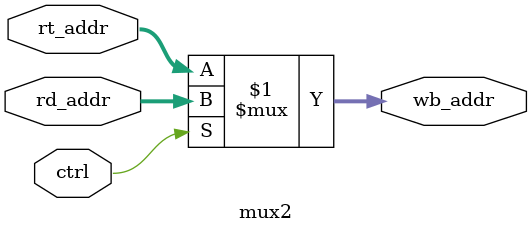
<source format=v>
`timescale 1ns / 1ps

module mux2(
    input ctrl,
    
    input [4:0] rt_addr,
    input [4:0] rd_addr, 
    output [4:0] wb_addr 
    );
    
    assign wb_addr  = (ctrl) ? rd_addr : rt_addr;
    
endmodule

</source>
